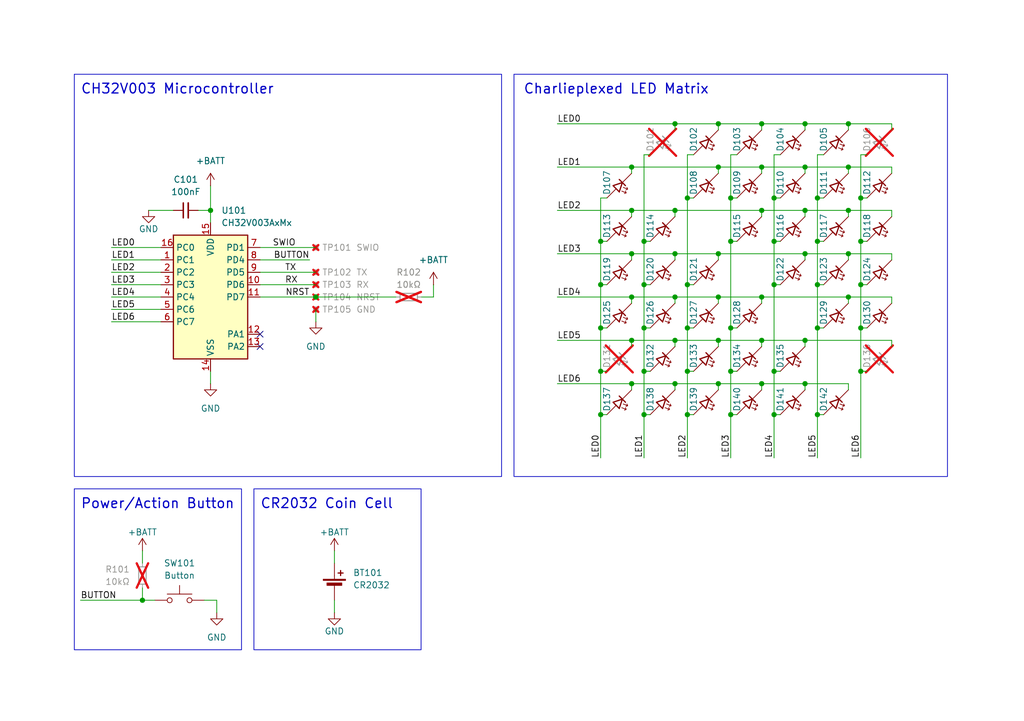
<source format=kicad_sch>
(kicad_sch (version 20231120) (generator "eeschema") (generator_version "8.0")
  (paper "A5")
  (title_block (title "Dezentrale Blinky Logo") (date "2025-04-15") (rev "1") (company "Dezentrale e.V.") (comment 1 "Hardware Design - olel") (comment 2 "CC-BY-SA"))
  (lib_symbols
    (symbol "Connector:TestPoint_Small" (pin_numbers hide) (pin_names (offset 0.762) hide)
      (property "Reference" "TP" (at 0 3.81 0))
      (property "Value" "TestPoint_Small" (at 0 2.032 0))
      (symbol "TestPoint_Small_0_1"
        (circle (center 0 0) (radius 0.508))
      )
      (symbol "TestPoint_Small_1_1"
        (pin passive line (at 0 0 90) (length 0) (name "1") (number "1"))
      )
    )
    (symbol "Device:Battery_Cell" (pin_numbers hide) (pin_names (offset 0) hide)
      (property "Reference" "BT" (at 2.54 2.54 0))
      (property "Value" "Battery_Cell" (at 2.54 0 0))
      (symbol "Battery_Cell_0_1"
        (rectangle (start -2.286 1.778) (end 2.286 1.524) (fill (type outline)))
        (rectangle (start -1.524 1.016) (end 1.524 0.508) (fill (type outline)))
        (polyline (pts (xy 0 0.762) (xy 0 0)))
        (polyline (pts (xy 0 1.778) (xy 0 2.54)))
        (polyline (pts (xy 0.762 3.048) (xy 1.778 3.048)) (stroke (width 0.254)))
        (polyline (pts (xy 1.27 3.556) (xy 1.27 2.54)) (stroke (width 0.254)))
      )
      (symbol "Battery_Cell_1_1"
        (pin passive line (at 0 5.08 270) (length 2.54) (name "+") (number "1"))
        (pin passive line (at 0 -2.54 90) (length 2.54) (name "-") (number "2"))
      )
    )
    (symbol "Device:C_Small" (pin_numbers hide) (pin_names (offset 0.254) hide)
      (property "Reference" "C" (at 0.254 1.778 0))
      (property "Value" "C_Small" (at 0.254 -2.032 0))
      (symbol "C_Small_0_1"
        (polyline (pts (xy -1.524 -0.508) (xy 1.524 -0.508)) (stroke (width 0.3302)))
        (polyline (pts (xy -1.524 0.508) (xy 1.524 0.508)) (stroke (width 0.3048)))
      )
      (symbol "C_Small_1_1"
        (pin passive line (at 0 2.54 270) (length 2.032) (name "~") (number "1"))
        (pin passive line (at 0 -2.54 90) (length 2.032) (name "~") (number "2"))
      )
    )
    (symbol "Device:LED_45deg" (pin_numbers hide) (pin_names (offset 0) hide)
      (property "Reference" "D" (at 1.27 2.54 0))
      (property "Value" "LED_45deg" (at 1.27 0 0))
      (symbol "LED_45deg_0_1"
        (polyline (pts (xy -1.4732 -1.4224) (xy -1.6256 -1.0668)))
        (polyline (pts (xy -0.7112 -1.7272) (xy -0.8636 -1.3716)))
        (polyline (pts (xy -0.635 0.635) (xy -2.54 2.54)))
        (polyline (pts (xy 0 -1.27) (xy 1.27 0)) (stroke (width 0.254)))
        (polyline (pts (xy 2.54 -2.54) (xy 0.635 -0.635)))
        (polyline (pts (xy -1.1176 -0.508) (xy -1.4732 -1.4224) (xy -1.1176 -1.27)))
        (polyline (pts (xy -0.3556 -0.8128) (xy -0.7112 -1.7272) (xy -0.3556 -1.5748)))
        (polyline (pts (xy -1.27 0) (xy 0 1.27) (xy 0.635 -0.635) (xy -1.27 0)) (stroke (width 0.254)))
      )
      (symbol "LED_45deg_1_1"
        (pin passive line (at 2.54 -2.54 180) (length 0) (name "K") (number "1"))
        (pin passive line (at -2.54 2.54 0) (length 0) (name "A") (number "2"))
      )
    )
    (symbol "Device:R_Small" (pin_numbers hide) (pin_names (offset 0.254) hide)
      (property "Reference" "R" (at 0.762 0.508 0))
      (property "Value" "R_Small" (at 0.762 -1.016 0))
      (symbol "R_Small_0_1"
        (rectangle (start -0.762 1.778) (end 0.762 -1.778) (stroke (width 0.2032)))
      )
      (symbol "R_Small_1_1"
        (pin passive line (at 0 2.54 270) (length 0.762) (name "~") (number "1"))
        (pin passive line (at 0 -2.54 90) (length 0.762) (name "~") (number "2"))
      )
    )
    (symbol "MCU_WCH_CH32V0:CH32V003AxMx"
      (property "Reference" "U" (at -7.62 15.24 0))
      (property "Value" "CH32V003AxMx" (at 7.62 15.24 0))
      (symbol "CH32V003AxMx_1_1"
        (rectangle (start -7.62 12.7) (end 7.62 -12.7) (stroke (width 0.254)) (fill (type background)))
        (pin bidirectional line (at -10.16 7.62 0) (length 2.54) (name "PC1") (number "1"))
        (pin bidirectional line (at 10.16 2.54 180) (length 2.54) (name "PD6") (number "10"))
        (pin bidirectional line (at 10.16 0 180) (length 2.54) (name "PD7") (number "11"))
        (pin bidirectional line (at 10.16 -7.62 180) (length 2.54) (name "PA1") (number "12"))
        (pin bidirectional line (at 10.16 -10.16 180) (length 2.54) (name "PA2") (number "13"))
        (pin power_in line (at 0 -15.24 90) (length 2.54) (name "VSS") (number "14"))
        (pin power_in line (at 0 15.24 270) (length 2.54) (name "VDD") (number "15"))
        (pin bidirectional line (at -10.16 10.16 0) (length 2.54) (name "PC0") (number "16"))
        (pin bidirectional line (at -10.16 5.08 0) (length 2.54) (name "PC2") (number "2"))
        (pin bidirectional line (at -10.16 2.54 0) (length 2.54) (name "PC3") (number "3"))
        (pin bidirectional line (at -10.16 0 0) (length 2.54) (name "PC4") (number "4"))
        (pin bidirectional line (at -10.16 -2.54 0) (length 2.54) (name "PC6") (number "5"))
        (pin bidirectional line (at -10.16 -5.08 0) (length 2.54) (name "PC7") (number "6"))
        (pin bidirectional line (at 10.16 10.16 180) (length 2.54) (name "PD1") (number "7"))
        (pin bidirectional line (at 10.16 7.62 180) (length 2.54) (name "PD4") (number "8"))
        (pin bidirectional line (at 10.16 5.08 180) (length 2.54) (name "PD5") (number "9"))
      )
    )
    (symbol "custom:SW_Push_13_42" (pin_numbers hide) (pin_names (offset 1.016) hide)
      (property "Reference" "SW" (at 1.27 2.54 0))
      (property "Value" "SW_Push_13_42" (at 0 -1.524 0))
      (symbol "SW_Push_13_42_0_1"
        (circle (center -2.032 0) (radius 0.508))
        (polyline (pts (xy 0 1.27) (xy 0 3.048)))
        (polyline (pts (xy 2.54 1.27) (xy -2.54 1.27)))
        (circle (center 2.032 0) (radius 0.508))
        (pin passive line (at -5.08 0 0) (length 2.54) (name "1") (number "1"))
        (pin passive line (at 5.08 0 180) (length 2.54) (name "2") (number "2"))
      )
      (symbol "SW_Push_13_42_1_1"
        (pin passive line (at -5.08 0 0) (length 2.54) hide (name "1") (number "3"))
        (pin passive line (at 5.08 0 180) (length 2.54) hide (name "2") (number "4"))
      )
    )
    (symbol "power:+BATT" (power) (pin_numbers hide) (pin_names (offset 0) hide)
      (property "Value" "+BATT" (at 0 3.556 0))
      (symbol "+BATT_0_1"
        (polyline (pts (xy -0.762 1.27) (xy 0 2.54)))
        (polyline (pts (xy 0 0) (xy 0 2.54)))
        (polyline (pts (xy 0 2.54) (xy 0.762 1.27)))
      )
      (symbol "+BATT_1_1"
        (pin power_in line (at 0 0 90) (length 0) (name "~") (number "1"))
      )
    )
    (symbol "power:GND" (power) (pin_numbers hide) (pin_names (offset 0) hide)
      (property "Value" "GND" (at 0 -3.81 0))
      (symbol "GND_0_1"
        (polyline (pts (xy 0 0) (xy 0 -1.27) (xy 1.27 -1.27) (xy 0 -2.54) (xy -1.27 -1.27) (xy 0 -1.27)))
      )
      (symbol "GND_1_1"
        (pin power_in line (at 0 0 270) (length 0) (name "~") (number "1"))
      )
    )
  )
  (junction (at 138.43 52.07))
  (junction (at 129.54 34.29))
  (junction (at 43.18 43.18))
  (junction (at 165.1 25.4))
  (junction (at 129.54 43.18))
  (junction (at 149.86 49.53))
  (junction (at 129.54 69.85))
  (junction (at 176.53 76.2))
  (junction (at 149.86 85.09))
  (junction (at 156.21 60.96))
  (junction (at 158.75 58.42))
  (junction (at 158.75 85.09))
  (junction (at 165.1 43.18))
  (junction (at 147.32 78.74))
  (junction (at 147.32 52.07))
  (junction (at 123.19 76.2))
  (junction (at 173.99 34.29))
  (junction (at 165.1 69.85))
  (junction (at 138.43 25.4))
  (junction (at 167.64 40.64))
  (junction (at 165.1 34.29))
  (junction (at 138.43 69.85))
  (junction (at 149.86 76.2))
  (junction (at 176.53 58.42))
  (junction (at 176.53 40.64))
  (junction (at 176.53 67.31))
  (junction (at 156.21 43.18))
  (junction (at 167.64 67.31))
  (junction (at 64.77 60.96))
  (junction (at 147.32 34.29))
  (junction (at 132.08 85.09))
  (junction (at 167.64 85.09))
  (junction (at 132.08 49.53))
  (junction (at 29.21 123.19))
  (junction (at 147.32 69.85))
  (junction (at 165.1 52.07))
  (junction (at 132.08 58.42))
  (junction (at 156.21 34.29))
  (junction (at 158.75 76.2))
  (junction (at 156.21 69.85))
  (junction (at 173.99 52.07))
  (junction (at 123.19 67.31))
  (junction (at 158.75 49.53))
  (junction (at 173.99 43.18))
  (junction (at 147.32 60.96))
  (junction (at 138.43 60.96))
  (junction (at 123.19 49.53))
  (junction (at 176.53 49.53))
  (junction (at 140.97 76.2))
  (junction (at 165.1 78.74))
  (junction (at 132.08 76.2))
  (junction (at 123.19 58.42))
  (junction (at 140.97 67.31))
  (junction (at 173.99 25.4))
  (junction (at 140.97 85.09))
  (junction (at 147.32 25.4))
  (junction (at 138.43 43.18))
  (junction (at 149.86 67.31))
  (junction (at 149.86 40.64))
  (junction (at 156.21 25.4))
  (junction (at 167.64 58.42))
  (junction (at 138.43 78.74))
  (junction (at 173.99 60.96))
  (junction (at 129.54 60.96))
  (junction (at 129.54 52.07))
  (junction (at 140.97 40.64))
  (junction (at 132.08 67.31))
  (junction (at 140.97 58.42))
  (junction (at 158.75 40.64))
  (junction (at 129.54 78.74))
  (junction (at 156.21 78.74))
  (junction (at 123.19 85.09))
  (junction (at 167.64 49.53))
  (no_connect (at 53.34 68.58))
  (no_connect (at 53.34 71.12))
  (wire (pts (xy 140.97 67.31) (xy 140.97 76.2)))
  (wire (pts (xy 123.19 49.53) (xy 124.46 49.53)))
  (wire (pts (xy 138.43 78.74) (xy 147.32 78.74)))
  (wire (pts (xy 138.43 69.85) (xy 138.43 71.12)))
  (wire (pts (xy 147.32 52.07) (xy 147.32 53.34)))
  (wire (pts (xy 176.53 31.75) (xy 176.53 40.64)))
  (wire (pts (xy 123.19 76.2) (xy 123.19 85.09)))
  (wire (pts (xy 64.77 60.96) (xy 81.28 60.96)))
  (wire (pts (xy 29.21 123.19) (xy 31.75 123.19)))
  (wire (pts (xy 149.86 40.64) (xy 151.13 40.64)))
  (wire (pts (xy 114.3 60.96) (xy 129.54 60.96)))
  (wire (pts (xy 167.64 67.31) (xy 167.64 85.09)))
  (wire (pts (xy 114.3 78.74) (xy 129.54 78.74)))
  (wire (pts (xy 165.1 52.07) (xy 165.1 53.34)))
  (wire (pts (xy 165.1 25.4) (xy 165.1 26.67)))
  (wire (pts (xy 140.97 31.75) (xy 142.24 31.75)))
  (wire (pts (xy 176.53 58.42) (xy 176.53 67.31)))
  (wire (pts (xy 129.54 43.18) (xy 138.43 43.18)))
  (wire (pts (xy 158.75 40.64) (xy 160.02 40.64)))
  (wire (pts (xy 140.97 40.64) (xy 140.97 58.42)))
  (wire (pts (xy 173.99 60.96) (xy 173.99 62.23)))
  (wire (pts (xy 140.97 76.2) (xy 140.97 85.09)))
  (wire (pts (xy 165.1 78.74) (xy 173.99 78.74)))
  (wire (pts (xy 167.64 31.75) (xy 167.64 40.64)))
  (wire (pts (xy 40.64 43.18) (xy 43.18 43.18)))
  (wire (pts (xy 158.75 76.2) (xy 160.02 76.2)))
  (wire (pts (xy 167.64 58.42) (xy 168.91 58.42)))
  (wire (pts (xy 129.54 43.18) (xy 129.54 44.45)))
  (wire (pts (xy 147.32 69.85) (xy 156.21 69.85)))
  (wire (pts (xy 165.1 34.29) (xy 173.99 34.29)))
  (wire (pts (xy 167.64 49.53) (xy 167.64 58.42)))
  (wire (pts (xy 140.97 85.09) (xy 140.97 93.98)))
  (wire (pts (xy 149.86 31.75) (xy 151.13 31.75)))
  (wire (pts (xy 147.32 60.96) (xy 147.32 62.23)))
  (wire (pts (xy 149.86 49.53) (xy 151.13 49.53)))
  (wire (pts (xy 167.64 40.64) (xy 167.64 49.53)))
  (wire (pts (xy 156.21 60.96) (xy 173.99 60.96)))
  (wire (pts (xy 22.86 50.8) (xy 33.02 50.8)))
  (wire (pts (xy 173.99 25.4) (xy 173.99 26.67)))
  (wire (pts (xy 132.08 49.53) (xy 132.08 58.42)))
  (wire (pts (xy 68.58 123.19) (xy 68.58 125.73)))
  (wire (pts (xy 147.32 25.4) (xy 156.21 25.4)))
  (wire (pts (xy 156.21 25.4) (xy 165.1 25.4)))
  (wire (pts (xy 165.1 43.18) (xy 173.99 43.18)))
  (wire (pts (xy 43.18 76.2) (xy 43.18 78.74)))
  (wire (pts (xy 149.86 85.09) (xy 151.13 85.09)))
  (wire (pts (xy 132.08 58.42) (xy 132.08 67.31)))
  (wire (pts (xy 149.86 49.53) (xy 149.86 67.31)))
  (wire (pts (xy 129.54 60.96) (xy 129.54 62.23)))
  (wire (pts (xy 176.53 40.64) (xy 176.53 49.53)))
  (wire (pts (xy 53.34 58.42) (xy 64.77 58.42)))
  (wire (pts (xy 156.21 78.74) (xy 156.21 80.01)))
  (wire (pts (xy 165.1 25.4) (xy 173.99 25.4)))
  (wire (pts (xy 165.1 43.18) (xy 165.1 44.45)))
  (wire (pts (xy 123.19 76.2) (xy 124.46 76.2)))
  (wire (pts (xy 158.75 40.64) (xy 158.75 49.53)))
  (wire (pts (xy 176.53 67.31) (xy 177.8 67.31)))
  (wire (pts (xy 123.19 67.31) (xy 123.19 76.2)))
  (wire (pts (xy 138.43 78.74) (xy 138.43 80.01)))
  (wire (pts (xy 173.99 34.29) (xy 173.99 35.56)))
  (wire (pts (xy 176.53 31.75) (xy 177.8 31.75)))
  (wire (pts (xy 173.99 52.07) (xy 182.88 52.07)))
  (wire (pts (xy 68.58 113.03) (xy 68.58 115.57)))
  (wire (pts (xy 182.88 60.96) (xy 182.88 62.23)))
  (wire (pts (xy 22.86 58.42) (xy 33.02 58.42)))
  (wire (pts (xy 140.97 58.42) (xy 140.97 67.31)))
  (wire (pts (xy 156.21 69.85) (xy 156.21 71.12)))
  (wire (pts (xy 132.08 85.09) (xy 132.08 93.98)))
  (wire (pts (xy 147.32 69.85) (xy 147.32 71.12)))
  (wire (pts (xy 132.08 85.09) (xy 133.35 85.09)))
  (wire (pts (xy 53.34 60.96) (xy 64.77 60.96)))
  (wire (pts (xy 88.9 58.42) (xy 88.9 60.96)))
  (wire (pts (xy 132.08 49.53) (xy 133.35 49.53)))
  (wire (pts (xy 158.75 49.53) (xy 158.75 58.42)))
  (wire (pts (xy 129.54 60.96) (xy 138.43 60.96)))
  (wire (pts (xy 129.54 78.74) (xy 138.43 78.74)))
  (wire (pts (xy 165.1 52.07) (xy 173.99 52.07)))
  (wire (pts (xy 158.75 31.75) (xy 160.02 31.75)))
  (wire (pts (xy 165.1 78.74) (xy 165.1 80.01)))
  (wire (pts (xy 156.21 78.74) (xy 165.1 78.74)))
  (wire (pts (xy 140.97 31.75) (xy 140.97 40.64)))
  (wire (pts (xy 123.19 67.31) (xy 124.46 67.31)))
  (wire (pts (xy 123.19 40.64) (xy 124.46 40.64)))
  (wire (pts (xy 64.77 63.5) (xy 64.77 66.04)))
  (wire (pts (xy 147.32 34.29) (xy 147.32 35.56)))
  (wire (pts (xy 147.32 60.96) (xy 156.21 60.96)))
  (wire (pts (xy 138.43 60.96) (xy 138.43 62.23)))
  (wire (pts (xy 156.21 34.29) (xy 165.1 34.29)))
  (wire (pts (xy 22.86 66.04) (xy 33.02 66.04)))
  (wire (pts (xy 176.53 58.42) (xy 177.8 58.42)))
  (wire (pts (xy 167.64 85.09) (xy 167.64 93.98)))
  (wire (pts (xy 114.3 25.4) (xy 138.43 25.4)))
  (wire (pts (xy 165.1 34.29) (xy 165.1 35.56)))
  (wire (pts (xy 22.86 63.5) (xy 33.02 63.5)))
  (wire (pts (xy 140.97 40.64) (xy 142.24 40.64)))
  (wire (pts (xy 173.99 43.18) (xy 173.99 44.45)))
  (wire (pts (xy 129.54 69.85) (xy 129.54 71.12)))
  (wire (pts (xy 43.18 43.18) (xy 43.18 45.72)))
  (wire (pts (xy 123.19 58.42) (xy 123.19 67.31)))
  (wire (pts (xy 129.54 34.29) (xy 129.54 35.56)))
  (wire (pts (xy 53.34 50.8) (xy 64.77 50.8)))
  (wire (pts (xy 138.43 25.4) (xy 138.43 26.67)))
  (wire (pts (xy 30.48 43.18) (xy 35.56 43.18)))
  (wire (pts (xy 132.08 31.75) (xy 133.35 31.75)))
  (wire (pts (xy 156.21 43.18) (xy 165.1 43.18)))
  (wire (pts (xy 29.21 120.65) (xy 29.21 123.19)))
  (wire (pts (xy 165.1 69.85) (xy 182.88 69.85)))
  (wire (pts (xy 129.54 52.07) (xy 138.43 52.07)))
  (wire (pts (xy 138.43 43.18) (xy 138.43 44.45)))
  (wire (pts (xy 138.43 25.4) (xy 147.32 25.4)))
  (wire (pts (xy 114.3 43.18) (xy 129.54 43.18)))
  (wire (pts (xy 114.3 69.85) (xy 129.54 69.85)))
  (wire (pts (xy 132.08 76.2) (xy 132.08 85.09)))
  (wire (pts (xy 29.21 113.03) (xy 29.21 115.57)))
  (wire (pts (xy 147.32 52.07) (xy 165.1 52.07)))
  (wire (pts (xy 129.54 52.07) (xy 129.54 53.34)))
  (wire (pts (xy 16.51 123.19) (xy 29.21 123.19)))
  (wire (pts (xy 132.08 76.2) (xy 133.35 76.2)))
  (wire (pts (xy 129.54 69.85) (xy 138.43 69.85)))
  (wire (pts (xy 173.99 52.07) (xy 173.99 53.34)))
  (wire (pts (xy 158.75 76.2) (xy 158.75 85.09)))
  (wire (pts (xy 149.86 67.31) (xy 151.13 67.31)))
  (wire (pts (xy 165.1 69.85) (xy 165.1 71.12)))
  (wire (pts (xy 147.32 25.4) (xy 147.32 26.67)))
  (wire (pts (xy 156.21 69.85) (xy 165.1 69.85)))
  (wire (pts (xy 167.64 58.42) (xy 167.64 67.31)))
  (wire (pts (xy 176.53 49.53) (xy 177.8 49.53)))
  (wire (pts (xy 182.88 25.4) (xy 182.88 26.67)))
  (wire (pts (xy 123.19 49.53) (xy 123.19 58.42)))
  (wire (pts (xy 158.75 85.09) (xy 158.75 93.98)))
  (wire (pts (xy 132.08 67.31) (xy 133.35 67.31)))
  (wire (pts (xy 140.97 76.2) (xy 142.24 76.2)))
  (wire (pts (xy 53.34 55.88) (xy 64.77 55.88)))
  (wire (pts (xy 114.3 34.29) (xy 129.54 34.29)))
  (wire (pts (xy 140.97 67.31) (xy 142.24 67.31)))
  (wire (pts (xy 176.53 76.2) (xy 176.53 93.98)))
  (wire (pts (xy 149.86 67.31) (xy 149.86 76.2)))
  (wire (pts (xy 140.97 58.42) (xy 142.24 58.42)))
  (wire (pts (xy 129.54 34.29) (xy 147.32 34.29)))
  (wire (pts (xy 173.99 43.18) (xy 182.88 43.18)))
  (wire (pts (xy 156.21 25.4) (xy 156.21 26.67)))
  (wire (pts (xy 176.53 76.2) (xy 177.8 76.2)))
  (wire (pts (xy 176.53 67.31) (xy 176.53 76.2)))
  (wire (pts (xy 149.86 85.09) (xy 149.86 93.98)))
  (wire (pts (xy 138.43 52.07) (xy 138.43 53.34)))
  (wire (pts (xy 63.5 53.34) (xy 53.34 53.34)))
  (wire (pts (xy 123.19 40.64) (xy 123.19 49.53)))
  (wire (pts (xy 22.86 60.96) (xy 33.02 60.96)))
  (wire (pts (xy 173.99 25.4) (xy 182.88 25.4)))
  (wire (pts (xy 176.53 40.64) (xy 177.8 40.64)))
  (wire (pts (xy 129.54 78.74) (xy 129.54 80.01)))
  (wire (pts (xy 132.08 31.75) (xy 132.08 49.53)))
  (wire (pts (xy 158.75 85.09) (xy 160.02 85.09)))
  (wire (pts (xy 114.3 52.07) (xy 129.54 52.07)))
  (wire (pts (xy 158.75 58.42) (xy 160.02 58.42)))
  (wire (pts (xy 138.43 52.07) (xy 147.32 52.07)))
  (wire (pts (xy 149.86 40.64) (xy 149.86 49.53)))
  (wire (pts (xy 132.08 58.42) (xy 133.35 58.42)))
  (wire (pts (xy 156.21 43.18) (xy 156.21 44.45)))
  (wire (pts (xy 41.91 123.19) (xy 44.45 123.19)))
  (wire (pts (xy 158.75 31.75) (xy 158.75 40.64)))
  (wire (pts (xy 158.75 58.42) (xy 158.75 76.2)))
  (wire (pts (xy 167.64 49.53) (xy 168.91 49.53)))
  (wire (pts (xy 147.32 78.74) (xy 156.21 78.74)))
  (wire (pts (xy 132.08 67.31) (xy 132.08 76.2)))
  (wire (pts (xy 123.19 58.42) (xy 124.46 58.42)))
  (wire (pts (xy 123.19 85.09) (xy 124.46 85.09)))
  (wire (pts (xy 167.64 40.64) (xy 168.91 40.64)))
  (wire (pts (xy 147.32 78.74) (xy 147.32 80.01)))
  (wire (pts (xy 158.75 49.53) (xy 160.02 49.53)))
  (wire (pts (xy 173.99 34.29) (xy 182.88 34.29)))
  (wire (pts (xy 167.64 85.09) (xy 168.91 85.09)))
  (wire (pts (xy 138.43 69.85) (xy 147.32 69.85)))
  (wire (pts (xy 140.97 85.09) (xy 142.24 85.09)))
  (wire (pts (xy 182.88 43.18) (xy 182.88 44.45)))
  (wire (pts (xy 138.43 43.18) (xy 156.21 43.18)))
  (wire (pts (xy 22.86 55.88) (xy 33.02 55.88)))
  (wire (pts (xy 156.21 60.96) (xy 156.21 62.23)))
  (wire (pts (xy 173.99 60.96) (xy 182.88 60.96)))
  (wire (pts (xy 176.53 49.53) (xy 176.53 58.42)))
  (wire (pts (xy 167.64 31.75) (xy 168.91 31.75)))
  (wire (pts (xy 22.86 53.34) (xy 33.02 53.34)))
  (wire (pts (xy 173.99 78.74) (xy 173.99 80.01)))
  (wire (pts (xy 149.86 76.2) (xy 151.13 76.2)))
  (wire (pts (xy 149.86 31.75) (xy 149.86 40.64)))
  (wire (pts (xy 149.86 76.2) (xy 149.86 85.09)))
  (wire (pts (xy 43.18 38.1) (xy 43.18 43.18)))
  (wire (pts (xy 167.64 67.31) (xy 168.91 67.31)))
  (wire (pts (xy 182.88 69.85) (xy 182.88 71.12)))
  (wire (pts (xy 138.43 60.96) (xy 147.32 60.96)))
  (wire (pts (xy 156.21 34.29) (xy 156.21 35.56)))
  (wire (pts (xy 147.32 34.29) (xy 156.21 34.29)))
  (wire (pts (xy 44.45 123.19) (xy 44.45 125.73)))
  (wire (pts (xy 123.19 85.09) (xy 123.19 93.98)))
  (wire (pts (xy 86.36 60.96) (xy 88.9 60.96)))
  (wire (pts (xy 182.88 52.07) (xy 182.88 53.34)))
  (wire (pts (xy 182.88 34.29) (xy 182.88 35.56)))
  (rectangle (start 15.24 15.24) (end 102.87 97.79))
  (rectangle (start 52.07 100.33) (end 86.36 133.35))
  (rectangle (start 105.41 15.24) (end 194.31 97.79))
  (rectangle (start 15.24 100.33) (end 49.53 133.35))
  (text "Charlieplexed LED Matrix" (at 107.315 18.415 0) (effects (font (size 2 2) (thickness 0.254) (bold yes)) (justify left)))
  (text "CH32V003 Microcontroller" (at 16.51 18.415 0) (effects (font (size 2 2) (thickness 0.254) (bold yes)) (justify left)))
  (text "CR2032 Coin Cell" (at 53.34 103.505 0) (effects (font (size 2 2) (thickness 0.254) (bold yes)) (justify left)))
  (text "Power/Action Button" (at 16.51 103.505 0) (effects (font (size 2 2) (thickness 0.254) (bold yes)) (justify left)))
  (label "LED5" (at 22.86 63.5 0) (effects (font (thickness 0.1588))))
  (label "LED0" (at 114.3 25.4 0))
  (label "LED0" (at 123.19 93.98 90))
  (label "RX" (at 58.42 58.42 0))
  (label "LED1" (at 132.08 93.98 90))
  (label "LED4" (at 158.75 93.98 90))
  (label "LED2" (at 140.97 93.98 90))
  (label "NRST" (at 63.5 60.96 180) (effects (font (thickness 0.1588))))
  (label "LED6" (at 114.3 78.74 0))
  (label "LED1" (at 114.3 34.29 0))
  (label "LED3" (at 149.86 93.98 90))
  (label "LED2" (at 114.3 43.18 0))
  (label "TX" (at 58.42 55.88 0))
  (label "LED2" (at 22.86 55.88 0) (effects (font (thickness 0.1588))))
  (label "LED0" (at 22.86 50.8 0) (effects (font (thickness 0.1588))))
  (label "BUTTON" (at 16.51 123.19 0) (effects (font (thickness 0.1588))))
  (label "LED4" (at 22.86 60.96 0) (effects (font (thickness 0.1588))))
  (label "LED5" (at 167.64 93.98 90))
  (label "BUTTON" (at 63.5 53.34 180) (effects (font (thickness 0.1588))))
  (label "SWIO" (at 55.88 50.8 0))
  (label "LED3" (at 114.3 52.07 0))
  (label "LED5" (at 114.3 69.85 0))
  (label "LED6" (at 176.53 93.98 90))
  (label "LED3" (at 22.86 58.42 0) (effects (font (thickness 0.1588))))
  (label "LED6" (at 22.86 66.04 0) (effects (font (thickness 0.1588))))
  (label "LED1" (at 22.86 53.34 0) (effects (font (thickness 0.1588))))
  (label "LED4" (at 114.3 60.96 0))
  (symbol (lib_id "power:+BATT") (at 68.58 113.03 0) (unit 1)
    (property "Reference" "#PWR0110" (effects (hide yes)))
    (property "Value" "+BATT" (at 68.58 109.22 0))
    (property "Description" "Power symbol creates a global label with name \"+BATT\"" (effects (hide yes)))
  )
  (symbol (lib_id "Connector:TestPoint_Small") (at 64.77 63.5 0) (unit 1) (dnp yes)
    (property "Reference" "TP105" (at 66.04 63.5 0) (effects (justify left)))
    (property "Value" "GND" (at 73.025 63.5 0) (effects (justify left)))
    (property "Footprint" "TestPoint:TestPoint_Pad_D1.5mm" (effects (hide yes)))
    (property "Description" "test point" (effects (hide yes)))
  )
  (symbol (lib_id "Device:LED_45deg") (at 153.67 64.77 90) (unit 1)
    (property "Reference" "D128" (at 151.13 61.595 0) (effects (justify right)))
    (property "Value" "LED_45deg" (effects (hide yes)))
    (property "Footprint" "LED_SMD:LED_1206_3216Metric_ReverseMount_Hole1.8x2.4mm" (effects (hide yes)))
    (property "Description" "Light emitting diode, rotated by 45°" (effects (hide yes)))
    (property "LCSC" "C3646940" (effects (hide yes)))
  )
  (symbol (lib_id "power:GND") (at 64.77 66.04 0) (unit 1)
    (property "Reference" "#PWR0106" (effects (hide yes)))
    (property "Value" "GND" (at 64.77 71.12 0))
    (property "Description" "Power symbol creates a global label with name \"GND\" , ground" (effects (hide yes)))
  )
  (symbol (lib_id "Device:LED_45deg") (at 135.89 29.21 90) (unit 1) (on_board no) (dnp yes)
    (property "Reference" "D101" (at 133.35 26.035 0) (effects (justify right)))
    (property "Value" "LED_45deg" (effects (hide yes)))
    (property "Footprint" "LED_SMD:LED_1206_3216Metric_ReverseMount_Hole1.8x2.4mm" (effects (hide yes)))
    (property "Description" "Light emitting diode, rotated by 45°" (effects (hide yes)))
  )
  (symbol (lib_id "Device:C_Small") (at 38.1 43.18 90) (unit 1)
    (property "Reference" "C101" (at 38.1063 36.83 90))
    (property "Value" "100nF" (at 38.1063 39.37 90))
    (property "Footprint" "Capacitor_SMD:C_0805_2012Metric_Pad1.18x1.45mm_HandSolder" (effects (hide yes)))
    (property "Description" "Unpolarized capacitor, small symbol" (effects (hide yes)))
    (property "LCSC" "C28233" (effects (hide yes)))
  )
  (symbol (lib_id "Connector:TestPoint_Small") (at 64.77 55.88 0) (unit 1) (dnp yes)
    (property "Reference" "TP102" (at 66.04 55.88 0) (effects (justify left)))
    (property "Value" "TX" (at 73.025 55.88 0) (effects (justify left)))
    (property "Footprint" "TestPoint:TestPoint_Pad_D1.5mm" (effects (hide yes)))
    (property "Description" "test point" (effects (hide yes)))
  )
  (symbol (lib_id "Device:LED_45deg") (at 153.67 38.1 90) (unit 1)
    (property "Reference" "D109" (at 151.13 34.925 0) (effects (justify right)))
    (property "Value" "LED_45deg" (effects (hide yes)))
    (property "Footprint" "LED_SMD:LED_1206_3216Metric_ReverseMount_Hole1.8x2.4mm" (effects (hide yes)))
    (property "Description" "Light emitting diode, rotated by 45°" (effects (hide yes)))
    (property "LCSC" "C3646940" (effects (hide yes)))
  )
  (symbol (lib_id "power:+BATT") (at 88.9 58.42 0) (unit 1)
    (property "Reference" "#PWR0104" (effects (hide yes)))
    (property "Value" "+BATT" (at 88.9 53.34 0))
    (property "Description" "Power symbol creates a global label with name \"+BATT\"" (effects (hide yes)))
  )
  (symbol (lib_id "Connector:TestPoint_Small") (at 64.77 60.96 0) (unit 1) (dnp yes)
    (property "Reference" "TP104" (at 66.04 60.96 0) (effects (justify left)))
    (property "Value" "NRST" (at 73.025 60.96 0) (effects (justify left)))
    (property "Footprint" "TestPoint:TestPoint_Pad_D1.5mm" (effects (hide yes)))
    (property "Description" "test point" (effects (hide yes)))
  )
  (symbol (lib_id "Device:LED_45deg") (at 135.89 73.66 90) (unit 1)
    (property "Reference" "D132" (at 133.35 70.485 0) (effects (justify right)))
    (property "Value" "LED_45deg" (effects (hide yes)))
    (property "Footprint" "LED_SMD:LED_1206_3216Metric_ReverseMount_Hole1.8x2.4mm" (effects (hide yes)))
    (property "Description" "Light emitting diode, rotated by 45°" (effects (hide yes)))
    (property "LCSC" "C3646940" (effects (hide yes)))
  )
  (symbol (lib_id "Connector:TestPoint_Small") (at 64.77 58.42 0) (unit 1) (dnp yes)
    (property "Reference" "TP103" (at 66.04 58.42 0) (effects (justify left)))
    (property "Value" "RX" (at 73.025 58.42 0) (effects (justify left)))
    (property "Footprint" "TestPoint:TestPoint_Pad_D1.5mm" (effects (hide yes)))
    (property "Description" "test point" (effects (hide yes)))
  )
  (symbol (lib_id "custom:SW_Push_13_42") (at 36.83 123.19 0) (unit 1)
    (property "Reference" "SW101" (at 36.83 115.57 0))
    (property "Value" "Button" (at 36.83 118.11 0))
    (property "Footprint" "Button_Switch_SMD:SW_Push_1P1T_NO_6x6mm_H9.5mm" (effects (hide yes)))
    (property "Description" "Push button switch, generic, two pins" (effects (hide yes)))
    (property "LCSC" "C318884" (effects (hide yes)))
  )
  (symbol (lib_id "Device:LED_45deg") (at 144.78 29.21 90) (unit 1)
    (property "Reference" "D102" (at 142.24 26.035 0) (effects (justify right)))
    (property "Value" "LED_45deg" (effects (hide yes)))
    (property "Footprint" "LED_SMD:LED_1206_3216Metric_ReverseMount_Hole1.8x2.4mm" (effects (hide yes)))
    (property "Description" "Light emitting diode, rotated by 45°" (effects (hide yes)))
    (property "LCSC" "C3646940" (effects (hide yes)))
  )
  (symbol (lib_id "Device:LED_45deg") (at 162.56 73.66 90) (unit 1)
    (property "Reference" "D135" (at 160.02 70.485 0) (effects (justify right)))
    (property "Value" "LED_45deg" (effects (hide yes)))
    (property "Footprint" "LED_SMD:LED_1206_3216Metric_ReverseMount_Hole1.8x2.4mm" (effects (hide yes)))
    (property "Description" "Light emitting diode, rotated by 45°" (effects (hide yes)))
    (property "LCSC" "C3646940" (effects (hide yes)))
  )
  (symbol (lib_id "Device:LED_45deg") (at 171.45 55.88 90) (unit 1)
    (property "Reference" "D123" (at 168.91 52.705 0) (effects (justify right)))
    (property "Value" "LED_45deg" (effects (hide yes)))
    (property "Footprint" "LED_SMD:LED_1206_3216Metric_ReverseMount_Hole1.8x2.4mm" (effects (hide yes)))
    (property "Description" "Light emitting diode, rotated by 45°" (effects (hide yes)))
    (property "LCSC" "C3646940" (effects (hide yes)))
  )
  (symbol (lib_id "Device:LED_45deg") (at 144.78 55.88 90) (unit 1)
    (property "Reference" "D121" (at 142.24 52.705 0) (effects (justify right)))
    (property "Value" "LED_45deg" (effects (hide yes)))
    (property "Footprint" "LED_SMD:LED_1206_3216Metric_ReverseMount_Hole1.8x2.4mm" (effects (hide yes)))
    (property "Description" "Light emitting diode, rotated by 45°" (effects (hide yes)))
    (property "LCSC" "C3646940" (effects (hide yes)))
  )
  (symbol (lib_id "Device:LED_45deg") (at 162.56 82.55 90) (unit 1)
    (property "Reference" "D141" (at 160.02 79.375 0) (effects (justify right)))
    (property "Value" "LED_45deg" (effects (hide yes)))
    (property "Footprint" "LED_SMD:LED_1206_3216Metric_ReverseMount_Hole1.8x2.4mm" (effects (hide yes)))
    (property "Description" "Light emitting diode, rotated by 45°" (effects (hide yes)))
    (property "LCSC" "C3646940" (effects (hide yes)))
  )
  (symbol (lib_id "Device:LED_45deg") (at 127 55.88 90) (unit 1)
    (property "Reference" "D119" (at 124.46 52.705 0) (effects (justify right)))
    (property "Value" "LED_45deg" (effects (hide yes)))
    (property "Footprint" "LED_SMD:LED_1206_3216Metric_ReverseMount_Hole1.8x2.4mm" (effects (hide yes)))
    (property "Description" "Light emitting diode, rotated by 45°" (effects (hide yes)))
    (property "LCSC" "C3646940" (effects (hide yes)))
  )
  (symbol (lib_id "Device:LED_45deg") (at 153.67 46.99 90) (unit 1)
    (property "Reference" "D115" (at 151.13 43.815 0) (effects (justify right)))
    (property "Value" "LED_45deg" (effects (hide yes)))
    (property "Footprint" "LED_SMD:LED_1206_3216Metric_ReverseMount_Hole1.8x2.4mm" (effects (hide yes)))
    (property "Description" "Light emitting diode, rotated by 45°" (effects (hide yes)))
    (property "LCSC" "C3646940" (effects (hide yes)))
  )
  (symbol (lib_id "Device:LED_45deg") (at 135.89 46.99 90) (unit 1)
    (property "Reference" "D114" (at 133.35 43.815 0) (effects (justify right)))
    (property "Value" "LED_45deg" (effects (hide yes)))
    (property "Footprint" "LED_SMD:LED_1206_3216Metric_ReverseMount_Hole1.8x2.4mm" (effects (hide yes)))
    (property "Description" "Light emitting diode, rotated by 45°" (effects (hide yes)))
    (property "LCSC" "C3646940" (effects (hide yes)))
  )
  (symbol (lib_id "Device:LED_45deg") (at 162.56 55.88 90) (unit 1)
    (property "Reference" "D122" (at 160.02 52.705 0) (effects (justify right)))
    (property "Value" "LED_45deg" (effects (hide yes)))
    (property "Footprint" "LED_SMD:LED_1206_3216Metric_ReverseMount_Hole1.8x2.4mm" (effects (hide yes)))
    (property "Description" "Light emitting diode, rotated by 45°" (effects (hide yes)))
    (property "LCSC" "C3646940" (effects (hide yes)))
  )
  (symbol (lib_id "Device:LED_45deg") (at 144.78 73.66 90) (unit 1)
    (property "Reference" "D133" (at 142.24 70.485 0) (effects (justify right)))
    (property "Value" "LED_45deg" (effects (hide yes)))
    (property "Footprint" "LED_SMD:LED_1206_3216Metric_ReverseMount_Hole1.8x2.4mm" (effects (hide yes)))
    (property "Description" "Light emitting diode, rotated by 45°" (effects (hide yes)))
    (property "LCSC" "C3646940" (effects (hide yes)))
  )
  (symbol (lib_id "Device:LED_45deg") (at 135.89 82.55 90) (unit 1)
    (property "Reference" "D138" (at 133.35 79.375 0) (effects (justify right)))
    (property "Value" "LED_45deg" (effects (hide yes)))
    (property "Footprint" "LED_SMD:LED_1206_3216Metric_ReverseMount_Hole1.8x2.4mm" (effects (hide yes)))
    (property "Description" "Light emitting diode, rotated by 45°" (effects (hide yes)))
    (property "LCSC" "C3646940" (effects (hide yes)))
  )
  (symbol (lib_id "power:GND") (at 30.48 43.18 0) (unit 1)
    (property "Reference" "#PWR0102" (effects (hide yes)))
    (property "Value" "GND" (at 30.48 46.99 0))
    (property "Description" "Power symbol creates a global label with name \"GND\" , ground" (effects (hide yes)))
  )
  (symbol (lib_id "power:GND") (at 44.45 125.73 0) (unit 1)
    (property "Reference" "#PWR0105" (effects (hide yes)))
    (property "Value" "GND" (at 44.45 130.81 0))
    (property "Description" "Power symbol creates a global label with name \"GND\" , ground" (effects (hide yes)))
  )
  (symbol (lib_id "Device:LED_45deg") (at 180.34 29.21 90) (unit 1) (on_board no) (dnp yes)
    (property "Reference" "D106" (at 177.8 26.035 0) (effects (justify right)))
    (property "Value" "LED_45deg" (effects (hide yes)))
    (property "Footprint" "LED_SMD:LED_1206_3216Metric_ReverseMount_Hole1.8x2.4mm" (effects (hide yes)))
    (property "Description" "Light emitting diode, rotated by 45°" (effects (hide yes)))
  )
  (symbol (lib_id "MCU_WCH_CH32V0:CH32V003AxMx") (at 43.18 60.96 0) (unit 1)
    (property "Reference" "U101" (at 45.3741 43.18 0) (effects (justify left)))
    (property "Value" "CH32V003AxMx" (at 45.3741 45.72 0) (effects (justify left)))
    (property "Footprint" "Package_SO:SOP-16_3.9x9.9mm_P1.27mm" (effects (hide yes)))
    (property "Datasheet" "https://www.wch-ic.com/products/CH32V003.html" (effects (hide yes)))
    (property "Description" "CH32V003 series are industrial-grade general-purpose microcontrollers designed based on 32-bit RISC-V instruction set and architecture. It adopts QingKe V2A core, RV32EC instruction set, and supports 2 levels of interrupt nesting. The series are mounted with rich peripheral interfaces and function modules. Its internal organizational structure meets the low-cost and low-power embedded application scenarios." (effects (hide yes)))
    (property "LCSC" "C5346357" (effects (hide yes)))
  )
  (symbol (lib_id "Device:LED_45deg") (at 144.78 64.77 90) (unit 1)
    (property "Reference" "D127" (at 142.24 61.595 0) (effects (justify right)))
    (property "Value" "LED_45deg" (effects (hide yes)))
    (property "Footprint" "LED_SMD:LED_1206_3216Metric_ReverseMount_Hole1.8x2.4mm" (effects (hide yes)))
    (property "Description" "Light emitting diode, rotated by 45°" (effects (hide yes)))
    (property "LCSC" "C3646940" (effects (hide yes)))
  )
  (symbol (lib_id "Device:LED_45deg") (at 162.56 38.1 90) (unit 1)
    (property "Reference" "D110" (at 160.02 34.925 0) (effects (justify right)))
    (property "Value" "LED_45deg" (effects (hide yes)))
    (property "Footprint" "LED_SMD:LED_1206_3216Metric_ReverseMount_Hole1.8x2.4mm" (effects (hide yes)))
    (property "Description" "Light emitting diode, rotated by 45°" (effects (hide yes)))
    (property "LCSC" "C3646940" (effects (hide yes)))
  )
  (symbol (lib_id "Device:LED_45deg") (at 171.45 64.77 90) (unit 1)
    (property "Reference" "D129" (at 168.91 61.595 0) (effects (justify right)))
    (property "Value" "LED_45deg" (effects (hide yes)))
    (property "Footprint" "LED_SMD:LED_1206_3216Metric_ReverseMount_Hole1.8x2.4mm" (effects (hide yes)))
    (property "Description" "Light emitting diode, rotated by 45°" (effects (hide yes)))
    (property "LCSC" "C3646940" (effects (hide yes)))
  )
  (symbol (lib_id "Device:LED_45deg") (at 180.34 46.99 90) (unit 1)
    (property "Reference" "D118" (at 177.8 43.815 0) (effects (justify right)))
    (property "Value" "LED_45deg" (effects (hide yes)))
    (property "Footprint" "LED_SMD:LED_1206_3216Metric_ReverseMount_Hole1.8x2.4mm" (effects (hide yes)))
    (property "Description" "Light emitting diode, rotated by 45°" (effects (hide yes)))
    (property "LCSC" "C3646940" (effects (hide yes)))
  )
  (symbol (lib_id "power:GND") (at 43.18 78.74 0) (unit 1)
    (property "Reference" "#PWR0107" (effects (hide yes)))
    (property "Value" "GND" (at 43.18 83.82 0))
    (property "Description" "Power symbol creates a global label with name \"GND\" , ground" (effects (hide yes)))
  )
  (symbol (lib_id "Device:LED_45deg") (at 180.34 38.1 90) (unit 1)
    (property "Reference" "D112" (at 177.8 34.925 0) (effects (justify right)))
    (property "Value" "LED_45deg" (effects (hide yes)))
    (property "Footprint" "LED_SMD:LED_1206_3216Metric_ReverseMount_Hole1.8x2.4mm" (effects (hide yes)))
    (property "Description" "Light emitting diode, rotated by 45°" (effects (hide yes)))
    (property "LCSC" "C3646940" (effects (hide yes)))
  )
  (symbol (lib_id "Device:LED_45deg") (at 153.67 73.66 90) (unit 1)
    (property "Reference" "D134" (at 151.13 70.485 0) (effects (justify right)))
    (property "Value" "LED_45deg" (effects (hide yes)))
    (property "Footprint" "LED_SMD:LED_1206_3216Metric_ReverseMount_Hole1.8x2.4mm" (effects (hide yes)))
    (property "Description" "Light emitting diode, rotated by 45°" (effects (hide yes)))
    (property "LCSC" "C3646940" (effects (hide yes)))
  )
  (symbol (lib_id "power:+BATT") (at 29.21 113.03 0) (unit 1)
    (property "Reference" "#PWR0103" (effects (hide yes)))
    (property "Value" "+BATT" (at 29.21 109.22 0))
    (property "Description" "Power symbol creates a global label with name \"+BATT\"" (effects (hide yes)))
  )
  (symbol (lib_id "Device:Battery_Cell") (at 68.58 120.65 0) (unit 1)
    (property "Reference" "BT101" (at 72.39 117.5384 0) (effects (justify left)))
    (property "Value" "CR2032" (at 72.39 120.0784 0) (effects (justify left)))
    (property "Footprint" "Battery:BatteryHolder_Multicomp_BC-2001_1x2032" (effects (hide yes)))
    (property "Description" "Single-cell battery" (effects (hide yes)))
    (property "LCSC" "C6937139" (effects (hide yes)))
  )
  (symbol (lib_id "Device:LED_45deg") (at 153.67 82.55 90) (unit 1)
    (property "Reference" "D140" (at 151.13 79.375 0) (effects (justify right)))
    (property "Value" "LED_45deg" (effects (hide yes)))
    (property "Footprint" "LED_SMD:LED_1206_3216Metric_ReverseMount_Hole1.8x2.4mm" (effects (hide yes)))
    (property "Description" "Light emitting diode, rotated by 45°" (effects (hide yes)))
    (property "LCSC" "C3646940" (effects (hide yes)))
  )
  (symbol (lib_id "Device:LED_45deg") (at 127 82.55 90) (unit 1)
    (property "Reference" "D137" (at 124.46 79.375 0) (effects (justify right)))
    (property "Value" "LED_45deg" (effects (hide yes)))
    (property "Footprint" "LED_SMD:LED_1206_3216Metric_ReverseMount_Hole1.8x2.4mm" (effects (hide yes)))
    (property "Description" "Light emitting diode, rotated by 45°" (effects (hide yes)))
    (property "LCSC" "C3646940" (effects (hide yes)))
  )
  (symbol (lib_id "Device:LED_45deg") (at 135.89 64.77 90) (unit 1)
    (property "Reference" "D126" (at 133.35 61.595 0) (effects (justify right)))
    (property "Value" "LED_45deg" (effects (hide yes)))
    (property "Footprint" "LED_SMD:LED_1206_3216Metric_ReverseMount_Hole1.8x2.4mm" (effects (hide yes)))
    (property "Description" "Light emitting diode, rotated by 45°" (effects (hide yes)))
    (property "LCSC" "C3646940" (effects (hide yes)))
  )
  (symbol (lib_id "Device:LED_45deg") (at 144.78 82.55 90) (unit 1)
    (property "Reference" "D139" (at 142.24 79.375 0) (effects (justify right)))
    (property "Value" "LED_45deg" (effects (hide yes)))
    (property "Footprint" "LED_SMD:LED_1206_3216Metric_ReverseMount_Hole1.8x2.4mm" (effects (hide yes)))
    (property "Description" "Light emitting diode, rotated by 45°" (effects (hide yes)))
    (property "LCSC" "C3646940" (effects (hide yes)))
  )
  (symbol (lib_id "Device:LED_45deg") (at 171.45 38.1 90) (unit 1)
    (property "Reference" "D111" (at 168.91 34.925 0) (effects (justify right)))
    (property "Value" "LED_45deg" (effects (hide yes)))
    (property "Footprint" "LED_SMD:LED_1206_3216Metric_ReverseMount_Hole1.8x2.4mm" (effects (hide yes)))
    (property "Description" "Light emitting diode, rotated by 45°" (effects (hide yes)))
    (property "LCSC" "C3646940" (effects (hide yes)))
  )
  (symbol (lib_id "Device:LED_45deg") (at 135.89 55.88 90) (unit 1)
    (property "Reference" "D120" (at 133.35 52.705 0) (effects (justify right)))
    (property "Value" "LED_45deg" (effects (hide yes)))
    (property "Footprint" "LED_SMD:LED_1206_3216Metric_ReverseMount_Hole1.8x2.4mm" (effects (hide yes)))
    (property "Description" "Light emitting diode, rotated by 45°" (effects (hide yes)))
    (property "LCSC" "C3646940" (effects (hide yes)))
  )
  (symbol (lib_id "Device:LED_45deg") (at 127 64.77 90) (unit 1)
    (property "Reference" "D125" (at 124.46 61.595 0) (effects (justify right)))
    (property "Value" "LED_45deg" (effects (hide yes)))
    (property "Footprint" "LED_SMD:LED_1206_3216Metric_ReverseMount_Hole1.8x2.4mm" (effects (hide yes)))
    (property "Description" "Light emitting diode, rotated by 45°" (effects (hide yes)))
    (property "LCSC" "C3646940" (effects (hide yes)))
  )
  (symbol (lib_id "Device:LED_45deg") (at 144.78 38.1 90) (unit 1)
    (property "Reference" "D108" (at 142.24 34.925 0) (effects (justify right)))
    (property "Value" "LED_45deg" (effects (hide yes)))
    (property "Footprint" "LED_SMD:LED_1206_3216Metric_ReverseMount_Hole1.8x2.4mm" (effects (hide yes)))
    (property "Description" "Light emitting diode, rotated by 45°" (effects (hide yes)))
    (property "LCSC" "C3646940" (effects (hide yes)))
  )
  (symbol (lib_id "Device:LED_45deg") (at 171.45 46.99 90) (unit 1)
    (property "Reference" "D117" (at 168.91 43.815 0) (effects (justify right)))
    (property "Value" "LED_45deg" (effects (hide yes)))
    (property "Footprint" "LED_SMD:LED_1206_3216Metric_ReverseMount_Hole1.8x2.4mm" (effects (hide yes)))
    (property "Description" "Light emitting diode, rotated by 45°" (effects (hide yes)))
    (property "LCSC" "C3646940" (effects (hide yes)))
  )
  (symbol (lib_id "Device:LED_45deg") (at 180.34 73.66 90) (unit 1) (on_board no) (dnp yes)
    (property "Reference" "D136" (at 177.8 70.485 0) (effects (justify right)))
    (property "Value" "LED_45deg" (effects (hide yes)))
    (property "Footprint" "LED_SMD:LED_1206_3216Metric_ReverseMount_Hole1.8x2.4mm" (effects (hide yes)))
    (property "Description" "Light emitting diode, rotated by 45°" (effects (hide yes)))
  )
  (symbol (lib_id "Connector:TestPoint_Small") (at 64.77 50.8 0) (unit 1) (dnp yes)
    (property "Reference" "TP101" (at 66.04 50.8 0) (effects (justify left)))
    (property "Value" "SWIO" (at 73.025 50.8 0) (effects (justify left)))
    (property "Footprint" "TestPoint:TestPoint_Pad_D1.5mm" (effects (hide yes)))
    (property "Description" "test point" (effects (hide yes)))
  )
  (symbol (lib_id "power:GND") (at 68.58 125.73 0) (unit 1)
    (property "Reference" "#PWR0112" (effects (hide yes)))
    (property "Value" "GND" (at 68.58 129.54 0))
    (property "Description" "Power symbol creates a global label with name \"GND\" , ground" (effects (hide yes)))
  )
  (symbol (lib_id "Device:LED_45deg") (at 127 38.1 90) (unit 1)
    (property "Reference" "D107" (at 124.46 34.925 0) (effects (justify right)))
    (property "Value" "LED_45deg" (effects (hide yes)))
    (property "Footprint" "LED_SMD:LED_1206_3216Metric_ReverseMount_Hole1.8x2.4mm" (effects (hide yes)))
    (property "Description" "Light emitting diode, rotated by 45°" (effects (hide yes)))
    (property "LCSC" "C3646940" (effects (hide yes)))
  )
  (symbol (lib_id "Device:LED_45deg") (at 127 73.66 90) (unit 1) (on_board no) (dnp yes)
    (property "Reference" "D131" (at 124.46 70.485 0) (effects (justify right)))
    (property "Value" "LED_45deg" (effects (hide yes)))
    (property "Footprint" "LED_SMD:LED_1206_3216Metric_ReverseMount_Hole1.8x2.4mm" (effects (hide yes)))
    (property "Description" "Light emitting diode, rotated by 45°" (effects (hide yes)))
  )
  (symbol (lib_id "Device:LED_45deg") (at 127 46.99 90) (unit 1)
    (property "Reference" "D113" (at 124.46 43.815 0) (effects (justify right)))
    (property "Value" "LED_45deg" (effects (hide yes)))
    (property "Footprint" "LED_SMD:LED_1206_3216Metric_ReverseMount_Hole1.8x2.4mm" (effects (hide yes)))
    (property "Description" "Light emitting diode, rotated by 45°" (effects (hide yes)))
    (property "LCSC" "C3646940" (effects (hide yes)))
  )
  (symbol (lib_id "power:+BATT") (at 43.18 38.1 0) (unit 1)
    (property "Reference" "#PWR0101" (effects (hide yes)))
    (property "Value" "+BATT" (at 43.18 33.02 0))
    (property "Description" "Power symbol creates a global label with name \"+BATT\"" (effects (hide yes)))
  )
  (symbol (lib_id "Device:LED_45deg") (at 162.56 46.99 90) (unit 1)
    (property "Reference" "D116" (at 160.02 43.815 0) (effects (justify right)))
    (property "Value" "LED_45deg" (effects (hide yes)))
    (property "Footprint" "LED_SMD:LED_1206_3216Metric_ReverseMount_Hole1.8x2.4mm" (effects (hide yes)))
    (property "Description" "Light emitting diode, rotated by 45°" (effects (hide yes)))
    (property "LCSC" "C3646940" (effects (hide yes)))
  )
  (symbol (lib_id "Device:R_Small") (at 83.82 60.96 90) (unit 1) (dnp yes)
    (property "Reference" "R102" (at 83.82 55.88 90))
    (property "Value" "10kΩ" (at 83.82 58.42 90))
    (property "Footprint" "Resistor_SMD:R_0805_2012Metric_Pad1.20x1.40mm_HandSolder" (effects (hide yes)))
    (property "Description" "Resistor, small symbol" (effects (hide yes)))
    (property "LCSC" "C17414" (effects (hide yes)))
  )
  (symbol (lib_id "Device:LED_45deg") (at 180.34 55.88 90) (unit 1)
    (property "Reference" "D124" (at 177.8 52.705 0) (effects (justify right)))
    (property "Value" "LED_45deg" (effects (hide yes)))
    (property "Footprint" "LED_SMD:LED_1206_3216Metric_ReverseMount_Hole1.8x2.4mm" (effects (hide yes)))
    (property "Description" "Light emitting diode, rotated by 45°" (effects (hide yes)))
    (property "LCSC" "C3646940" (effects (hide yes)))
  )
  (symbol (lib_id "Device:LED_45deg") (at 162.56 29.21 90) (unit 1)
    (property "Reference" "D104" (at 160.02 26.035 0) (effects (justify right)))
    (property "Value" "LED_45deg" (effects (hide yes)))
    (property "Footprint" "LED_SMD:LED_1206_3216Metric_ReverseMount_Hole1.8x2.4mm" (effects (hide yes)))
    (property "Description" "Light emitting diode, rotated by 45°" (effects (hide yes)))
    (property "LCSC" "C3646940" (effects (hide yes)))
  )
  (symbol (lib_id "Device:LED_45deg") (at 171.45 82.55 90) (unit 1)
    (property "Reference" "D142" (at 168.91 79.375 0) (effects (justify right)))
    (property "Value" "LED_45deg" (effects (hide yes)))
    (property "Footprint" "LED_SMD:LED_1206_3216Metric_ReverseMount_Hole1.8x2.4mm" (effects (hide yes)))
    (property "Description" "Light emitting diode, rotated by 45°" (effects (hide yes)))
    (property "LCSC" "C3646940" (effects (hide yes)))
  )
  (symbol (lib_id "Device:R_Small") (at 29.21 118.11 0) (mirror y) (unit 1) (dnp yes)
    (property "Reference" "R101" (at 26.67 116.8399 0) (effects (justify left)))
    (property "Value" "10kΩ" (at 26.67 119.3799 0) (effects (justify left)))
    (property "Footprint" "Resistor_SMD:R_0805_2012Metric_Pad1.20x1.40mm_HandSolder" (effects (hide yes)))
    (property "Description" "Resistor, small symbol" (effects (hide yes)))
    (property "LCSC" "C17414" (effects (hide yes)))
  )
  (symbol (lib_id "Device:LED_45deg") (at 153.67 29.21 90) (unit 1)
    (property "Reference" "D103" (at 151.13 26.035 0) (effects (justify right)))
    (property "Value" "LED_45deg" (effects (hide yes)))
    (property "Footprint" "LED_SMD:LED_1206_3216Metric_ReverseMount_Hole1.8x2.4mm" (effects (hide yes)))
    (property "Description" "Light emitting diode, rotated by 45°" (effects (hide yes)))
    (property "LCSC" "C3646940" (effects (hide yes)))
  )
  (symbol (lib_id "Device:LED_45deg") (at 180.34 64.77 90) (unit 1)
    (property "Reference" "D130" (at 177.8 61.595 0) (effects (justify right)))
    (property "Value" "LED_45deg" (effects (hide yes)))
    (property "Footprint" "LED_SMD:LED_1206_3216Metric_ReverseMount_Hole1.8x2.4mm" (effects (hide yes)))
    (property "Description" "Light emitting diode, rotated by 45°" (effects (hide yes)))
    (property "LCSC" "C3646940" (effects (hide yes)))
  )
  (symbol (lib_id "Device:LED_45deg") (at 171.45 29.21 90) (unit 1)
    (property "Reference" "D105" (at 168.91 26.035 0) (effects (justify right)))
    (property "Value" "LED_45deg" (effects (hide yes)))
    (property "Footprint" "LED_SMD:LED_1206_3216Metric_ReverseMount_Hole1.8x2.4mm" (effects (hide yes)))
    (property "Description" "Light emitting diode, rotated by 45°" (effects (hide yes)))
    (property "LCSC" "C3646940" (effects (hide yes)))
  )
)
</source>
